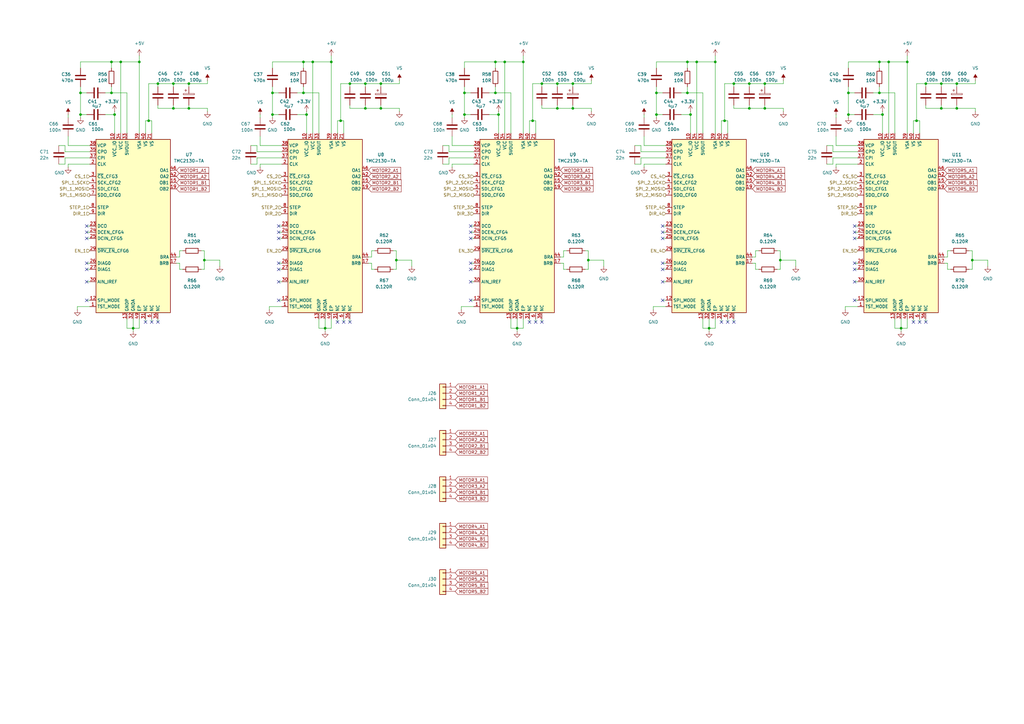
<source format=kicad_sch>
(kicad_sch (version 20250114) (generator "eeschema") (generator_version "9.0")
  (paper "A3")
  (title_block (title "Scorpion max V1") (rev "V1"))
  (junction (at 143.51 34.29))
  (junction (at 77.47 44.45))
  (junction (at 33.02 38.1))
  (junction (at 285.75 25.4))
  (junction (at 392.43 34.29))
  (junction (at 218.44 49.53))
  (junction (at 313.69 34.29))
  (junction (at 269.24 46.99))
  (junction (at 386.08 34.29))
  (junction (at 128.27 25.4))
  (junction (at 347.98 38.1))
  (junction (at 71.12 44.45))
  (junction (at 375.92 49.53))
  (junction (at 139.7 49.53))
  (junction (at 214.63 25.4))
  (junction (at 300.99 34.29))
  (junction (at 49.53 25.4))
  (junction (at 290.83 134.62))
  (junction (at 64.77 34.29))
  (junction (at 369.57 134.62))
  (junction (at 33.02 46.99))
  (junction (at 111.76 38.1))
  (junction (at 156.21 44.45))
  (junction (at 45.72 25.4))
  (junction (at 203.2 38.1))
  (junction (at 307.34 34.29))
  (junction (at 46.99 46.99))
  (junction (at 360.68 25.4))
  (junction (at 364.49 25.4))
  (junction (at 234.95 44.45))
  (junction (at 149.86 34.29))
  (junction (at 124.46 38.1))
  (junction (at 190.5 46.99))
  (junction (at 162.56 106.68))
  (junction (at 307.34 44.45))
  (junction (at 125.73 46.99))
  (junction (at 297.18 49.53))
  (junction (at 293.37 25.4))
  (junction (at 203.2 25.4))
  (junction (at 54.61 134.62))
  (junction (at 379.73 34.29))
  (junction (at 283.21 46.99))
  (junction (at 347.98 46.99))
  (junction (at 398.78 106.68))
  (junction (at 77.47 34.29))
  (junction (at 60.96 49.53))
  (junction (at 204.47 46.99))
  (junction (at 156.21 34.29))
  (junction (at 71.12 34.29))
  (junction (at 234.95 34.29))
  (junction (at 133.35 134.62))
  (junction (at 372.11 25.4))
  (junction (at 228.6 34.29))
  (junction (at 111.76 46.99))
  (junction (at 392.43 44.45))
  (junction (at 207.01 25.4))
  (junction (at 45.72 38.1))
  (junction (at 83.82 106.68))
  (junction (at 269.24 38.1))
  (junction (at 190.5 38.1))
  (junction (at 57.15 25.4))
  (junction (at 360.68 38.1))
  (junction (at 222.25 34.29))
  (junction (at 241.3 106.68))
  (junction (at 281.94 38.1))
  (junction (at 386.08 44.45))
  (junction (at 212.09 134.62))
  (junction (at 124.46 25.4))
  (junction (at 313.69 44.45))
  (junction (at 135.89 25.4))
  (junction (at 320.04 106.68))
  (junction (at 228.6 44.45))
  (junction (at 361.95 46.99))
  (junction (at 281.94 25.4))
  (junction (at 149.86 44.45))
  (no_connect (at 350.52 92.71))
  (no_connect (at 222.25 132.08))
  (no_connect (at 295.91 132.08))
  (no_connect (at 193.04 92.71))
  (no_connect (at 193.04 95.25))
  (no_connect (at 219.71 132.08))
  (no_connect (at 64.77 132.08))
  (no_connect (at 35.56 115.57))
  (no_connect (at 298.45 132.08))
  (no_connect (at 35.56 107.95))
  (no_connect (at 350.52 97.79))
  (no_connect (at 271.78 95.25))
  (no_connect (at 114.3 110.49))
  (no_connect (at 114.3 92.71))
  (no_connect (at 114.3 107.95))
  (no_connect (at 193.04 115.57))
  (no_connect (at 300.99 132.08))
  (no_connect (at 114.3 123.19))
  (no_connect (at 271.78 107.95))
  (no_connect (at 350.52 107.95))
  (no_connect (at 114.3 115.57))
  (no_connect (at 350.52 123.19))
  (no_connect (at 271.78 115.57))
  (no_connect (at 140.97 132.08))
  (no_connect (at 271.78 110.49))
  (no_connect (at 374.65 132.08))
  (no_connect (at 114.3 95.25))
  (no_connect (at 193.04 123.19))
  (no_connect (at 377.19 132.08))
  (no_connect (at 143.51 132.08))
  (no_connect (at 193.04 107.95))
  (no_connect (at 350.52 110.49))
  (no_connect (at 35.56 92.71))
  (no_connect (at 59.69 132.08))
  (no_connect (at 62.23 132.08))
  (no_connect (at 350.52 95.25))
  (no_connect (at 35.56 123.19))
  (no_connect (at 193.04 110.49))
  (no_connect (at 271.78 92.71))
  (no_connect (at 217.17 132.08))
  (no_connect (at 35.56 95.25))
  (no_connect (at 114.3 97.79))
  (no_connect (at 379.73 132.08))
  (no_connect (at 271.78 97.79))
  (no_connect (at 35.56 97.79))
  (no_connect (at 35.56 110.49))
  (no_connect (at 193.04 97.79))
  (no_connect (at 350.52 115.57))
  (no_connect (at 271.78 123.19))
  (no_connect (at 138.43 132.08))
  (wire (pts (xy 350.52 123.19) (xy 351.79 123.19)))
  (wire (pts (xy 297.18 34.29) (xy 300.99 34.29)))
  (wire (pts (xy 190.5 25.4) (xy 203.2 25.4)))
  (wire (pts (xy 105.41 67.31) (xy 102.87 67.31)))
  (wire (pts (xy 190.5 38.1) (xy 193.04 38.1)))
  (wire (pts (xy 152.4 105.41) (xy 152.4 102.87)))
  (wire (pts (xy 105.41 62.23) (xy 105.41 59.69)))
  (wire (pts (xy 297.18 49.53) (xy 298.45 49.53)))
  (wire (pts (xy 82.55 102.87) (xy 83.82 102.87)))
  (wire (pts (xy 379.73 132.08) (xy 379.73 130.81)))
  (wire (pts (xy 115.57 125.73) (xy 110.49 125.73)))
  (wire (pts (xy 360.68 38.1) (xy 367.03 38.1)))
  (wire (pts (xy 379.73 44.45) (xy 386.08 44.45)))
  (wire (pts (xy 57.15 130.81) (xy 57.15 134.62)))
  (wire (pts (xy 73.66 110.49) (xy 74.93 110.49)))
  (wire (pts (xy 271.78 123.19) (xy 273.05 123.19)))
  (wire (pts (xy 342.9 59.69) (xy 342.9 55.88)))
  (wire (pts (xy 130.81 130.81) (xy 130.81 134.62)))
  (wire (pts (xy 124.46 27.94) (xy 124.46 25.4)))
  (wire (pts (xy 347.98 46.99) (xy 347.98 48.26)))
  (wire (pts (xy 379.73 35.56) (xy 379.73 34.29)))
  (wire (pts (xy 207.01 25.4) (xy 214.63 25.4)))
  (wire (pts (xy 151.13 105.41) (xy 152.4 105.41)))
  (wire (pts (xy 162.56 102.87) (xy 162.56 106.68)))
  (wire (pts (xy 194.31 125.73) (xy 189.23 125.73)))
  (wire (pts (xy 309.88 102.87) (xy 311.15 102.87)))
  (wire (pts (xy 135.89 25.4) (xy 135.89 54.61)))
  (wire (pts (xy 307.34 35.56) (xy 307.34 34.29)))
  (wire (pts (xy 162.56 106.68) (xy 168.91 106.68)))
  (wire (pts (xy 392.43 34.29) (xy 392.43 35.56)))
  (wire (pts (xy 309.88 107.95) (xy 309.88 110.49)))
  (wire (pts (xy 321.31 34.29) (xy 313.69 34.29)))
  (wire (pts (xy 184.15 62.23) (xy 184.15 59.69)))
  (wire (pts (xy 387.35 107.95) (xy 388.62 107.95)))
  (wire (pts (xy 271.78 97.79) (xy 273.05 97.79)))
  (wire (pts (xy 360.68 27.94) (xy 360.68 25.4)))
  (wire (pts (xy 33.02 38.1) (xy 35.56 38.1)))
  (wire (pts (xy 300.99 132.08) (xy 300.99 130.81)))
  (wire (pts (xy 367.03 130.81) (xy 367.03 134.62)))
  (wire (pts (xy 106.68 46.99) (xy 106.68 48.26)))
  (wire (pts (xy 219.71 49.53) (xy 219.71 54.61)))
  (wire (pts (xy 398.78 106.68) (xy 405.13 106.68)))
  (wire (pts (xy 33.02 46.99) (xy 35.56 46.99)))
  (wire (pts (xy 45.72 38.1) (xy 52.07 38.1)))
  (wire (pts (xy 262.89 64.77) (xy 262.89 67.31)))
  (wire (pts (xy 77.47 34.29) (xy 77.47 35.56)))
  (wire (pts (xy 217.17 132.08) (xy 217.17 130.81)))
  (wire (pts (xy 36.83 62.23) (xy 26.67 62.23)))
  (wire (pts (xy 242.57 44.45) (xy 242.57 45.72)))
  (wire (pts (xy 386.08 44.45) (xy 392.43 44.45)))
  (wire (pts (xy 52.07 54.61) (xy 52.07 38.1)))
  (wire (pts (xy 269.24 46.99) (xy 269.24 48.26)))
  (wire (pts (xy 59.69 49.53) (xy 60.96 49.53)))
  (wire (pts (xy 46.99 45.72) (xy 46.99 46.99)))
  (wire (pts (xy 45.72 35.56) (xy 45.72 38.1)))
  (wire (pts (xy 377.19 49.53) (xy 377.19 54.61)))
  (wire (pts (xy 152.4 110.49) (xy 153.67 110.49)))
  (wire (pts (xy 111.76 46.99) (xy 111.76 38.1)))
  (wire (pts (xy 64.77 132.08) (xy 64.77 130.81)))
  (wire (pts (xy 156.21 43.18) (xy 156.21 44.45)))
  (wire (pts (xy 27.94 59.69) (xy 27.94 55.88)))
  (wire (pts (xy 105.41 64.77) (xy 105.41 67.31)))
  (wire (pts (xy 262.89 62.23) (xy 262.89 59.69)))
  (wire (pts (xy 361.95 45.72) (xy 361.95 46.99)))
  (wire (pts (xy 318.77 102.87) (xy 320.04 102.87)))
  (wire (pts (xy 400.05 33.02) (xy 400.05 34.29)))
  (wire (pts (xy 60.96 49.53) (xy 62.23 49.53)))
  (wire (pts (xy 347.98 38.1) (xy 350.52 38.1)))
  (wire (pts (xy 358.14 38.1) (xy 360.68 38.1)))
  (wire (pts (xy 185.42 59.69) (xy 194.31 59.69)))
  (wire (pts (xy 372.11 130.81) (xy 372.11 134.62)))
  (wire (pts (xy 321.31 33.02) (xy 321.31 34.29)))
  (wire (pts (xy 288.29 54.61) (xy 288.29 38.1)))
  (wire (pts (xy 33.02 25.4) (xy 45.72 25.4)))
  (wire (pts (xy 271.78 115.57) (xy 273.05 115.57)))
  (wire (pts (xy 388.62 102.87) (xy 389.89 102.87)))
  (wire (pts (xy 190.5 46.99) (xy 190.5 48.26)))
  (wire (pts (xy 214.63 25.4) (xy 214.63 54.61)))
  (wire (pts (xy 59.69 54.61) (xy 59.69 49.53)))
  (wire (pts (xy 290.83 134.62) (xy 290.83 135.89)))
  (wire (pts (xy 185.42 67.31) (xy 185.42 68.58)))
  (wire (pts (xy 204.47 45.72) (xy 204.47 46.99)))
  (wire (pts (xy 54.61 134.62) (xy 57.15 134.62)))
  (wire (pts (xy 193.04 92.71) (xy 194.31 92.71)))
  (wire (pts (xy 300.99 34.29) (xy 307.34 34.29)))
  (wire (pts (xy 234.95 34.29) (xy 234.95 35.56)))
  (wire (pts (xy 218.44 34.29) (xy 222.25 34.29)))
  (wire (pts (xy 71.12 44.45) (xy 71.12 43.18)))
  (wire (pts (xy 222.25 34.29) (xy 228.6 34.29)))
  (wire (pts (xy 285.75 25.4) (xy 293.37 25.4)))
  (wire (pts (xy 293.37 22.86) (xy 293.37 25.4)))
  (wire (pts (xy 358.14 46.99) (xy 361.95 46.99)))
  (wire (pts (xy 163.83 44.45) (xy 163.83 45.72)))
  (wire (pts (xy 149.86 34.29) (xy 156.21 34.29)))
  (wire (pts (xy 400.05 44.45) (xy 400.05 45.72)))
  (wire (pts (xy 386.08 44.45) (xy 386.08 43.18)))
  (wire (pts (xy 193.04 107.95) (xy 194.31 107.95)))
  (wire (pts (xy 163.83 34.29) (xy 156.21 34.29)))
  (wire (pts (xy 400.05 44.45) (xy 392.43 44.45)))
  (wire (pts (xy 360.68 25.4) (xy 364.49 25.4)))
  (wire (pts (xy 33.02 46.99) (xy 33.02 48.26)))
  (wire (pts (xy 281.94 27.94) (xy 281.94 25.4)))
  (wire (pts (xy 293.37 130.81) (xy 293.37 134.62)))
  (wire (pts (xy 26.67 59.69) (xy 24.13 59.69)))
  (wire (pts (xy 59.69 132.08) (xy 59.69 130.81)))
  (wire (pts (xy 149.86 44.45) (xy 149.86 43.18)))
  (wire (pts (xy 194.31 62.23) (xy 184.15 62.23)))
  (wire (pts (xy 269.24 46.99) (xy 269.24 38.1)))
  (wire (pts (xy 214.63 130.81) (xy 214.63 134.62)))
  (wire (pts (xy 46.99 46.99) (xy 46.99 54.61)))
  (wire (pts (xy 341.63 59.69) (xy 339.09 59.69)))
  (wire (pts (xy 207.01 25.4) (xy 207.01 54.61)))
  (wire (pts (xy 307.34 44.45) (xy 307.34 43.18)))
  (wire (pts (xy 200.66 46.99) (xy 204.47 46.99)))
  (wire (pts (xy 45.72 25.4) (xy 49.53 25.4)))
  (wire (pts (xy 124.46 25.4) (xy 128.27 25.4)))
  (wire (pts (xy 125.73 45.72) (xy 125.73 46.99)))
  (wire (pts (xy 264.16 59.69) (xy 264.16 55.88)))
  (wire (pts (xy 85.09 44.45) (xy 85.09 45.72)))
  (wire (pts (xy 35.56 115.57) (xy 36.83 115.57)))
  (wire (pts (xy 193.04 115.57) (xy 194.31 115.57)))
  (wire (pts (xy 228.6 35.56) (xy 228.6 34.29)))
  (wire (pts (xy 242.57 44.45) (xy 234.95 44.45)))
  (wire (pts (xy 350.52 97.79) (xy 351.79 97.79)))
  (wire (pts (xy 269.24 38.1) (xy 269.24 35.56)))
  (wire (pts (xy 341.63 64.77) (xy 341.63 67.31)))
  (wire (pts (xy 347.98 25.4) (xy 360.68 25.4)))
  (wire (pts (xy 374.65 132.08) (xy 374.65 130.81)))
  (wire (pts (xy 269.24 46.99) (xy 271.78 46.99)))
  (wire (pts (xy 36.83 64.77) (xy 26.67 64.77)))
  (wire (pts (xy 219.71 132.08) (xy 219.71 130.81)))
  (wire (pts (xy 193.04 110.49) (xy 194.31 110.49)))
  (wire (pts (xy 379.73 44.45) (xy 379.73 43.18)))
  (wire (pts (xy 138.43 49.53) (xy 139.7 49.53)))
  (wire (pts (xy 273.05 64.77) (xy 262.89 64.77)))
  (wire (pts (xy 115.57 67.31) (xy 106.68 67.31)))
  (wire (pts (xy 60.96 49.53) (xy 60.96 34.29)))
  (wire (pts (xy 320.04 106.68) (xy 320.04 110.49)))
  (wire (pts (xy 386.08 35.56) (xy 386.08 34.29)))
  (wire (pts (xy 367.03 54.61) (xy 367.03 38.1)))
  (wire (pts (xy 114.3 123.19) (xy 115.57 123.19)))
  (wire (pts (xy 111.76 38.1) (xy 114.3 38.1)))
  (wire (pts (xy 262.89 67.31) (xy 260.35 67.31)))
  (wire (pts (xy 133.35 134.62) (xy 133.35 135.89)))
  (wire (pts (xy 369.57 130.81) (xy 369.57 134.62)))
  (wire (pts (xy 60.96 34.29) (xy 64.77 34.29)))
  (wire (pts (xy 222.25 35.56) (xy 222.25 34.29)))
  (wire (pts (xy 35.56 97.79) (xy 36.83 97.79)))
  (wire (pts (xy 114.3 115.57) (xy 115.57 115.57)))
  (wire (pts (xy 121.92 46.99) (xy 125.73 46.99)))
  (wire (pts (xy 27.94 67.31) (xy 27.94 68.58)))
  (wire (pts (xy 133.35 134.62) (xy 135.89 134.62)))
  (wire (pts (xy 209.55 134.62) (xy 212.09 134.62)))
  (wire (pts (xy 203.2 27.94) (xy 203.2 25.4)))
  (wire (pts (xy 114.3 97.79) (xy 115.57 97.79)))
  (wire (pts (xy 49.53 25.4) (xy 57.15 25.4)))
  (wire (pts (xy 281.94 38.1) (xy 288.29 38.1)))
  (wire (pts (xy 139.7 49.53) (xy 139.7 34.29)))
  (wire (pts (xy 111.76 46.99) (xy 114.3 46.99)))
  (wire (pts (xy 33.02 46.99) (xy 33.02 38.1)))
  (wire (pts (xy 283.21 45.72) (xy 283.21 46.99)))
  (wire (pts (xy 151.13 107.95) (xy 152.4 107.95)))
  (wire (pts (xy 54.61 130.81) (xy 54.61 134.62)))
  (wire (pts (xy 218.44 49.53) (xy 219.71 49.53)))
  (wire (pts (xy 83.82 110.49) (xy 82.55 110.49)))
  (wire (pts (xy 194.31 67.31) (xy 185.42 67.31)))
  (wire (pts (xy 285.75 25.4) (xy 285.75 54.61)))
  (wire (pts (xy 106.68 59.69) (xy 106.68 55.88)))
  (wire (pts (xy 222.25 44.45) (xy 228.6 44.45)))
  (wire (pts (xy 71.12 34.29) (xy 77.47 34.29)))
  (wire (pts (xy 85.09 33.02) (xy 85.09 34.29)))
  (wire (pts (xy 326.39 106.68) (xy 326.39 109.22)))
  (wire (pts (xy 149.86 35.56) (xy 149.86 34.29)))
  (wire (pts (xy 321.31 44.45) (xy 313.69 44.45)))
  (wire (pts (xy 217.17 54.61) (xy 217.17 49.53)))
  (wire (pts (xy 300.99 35.56) (xy 300.99 34.29)))
  (wire (pts (xy 143.51 44.45) (xy 149.86 44.45)))
  (wire (pts (xy 27.94 59.69) (xy 36.83 59.69)))
  (wire (pts (xy 163.83 33.02) (xy 163.83 34.29)))
  (wire (pts (xy 222.25 132.08) (xy 222.25 130.81)))
  (wire (pts (xy 36.83 67.31) (xy 27.94 67.31)))
  (wire (pts (xy 231.14 105.41) (xy 231.14 102.87)))
  (wire (pts (xy 313.69 34.29) (xy 313.69 35.56)))
  (wire (pts (xy 300.99 44.45) (xy 300.99 43.18)))
  (wire (pts (xy 267.97 125.73) (xy 267.97 127)))
  (wire (pts (xy 372.11 22.86) (xy 372.11 25.4)))
  (wire (pts (xy 307.34 44.45) (xy 313.69 44.45)))
  (wire (pts (xy 152.4 107.95) (xy 152.4 110.49)))
  (wire (pts (xy 35.56 110.49) (xy 36.83 110.49)))
  (wire (pts (xy 298.45 132.08) (xy 298.45 130.81)))
  (wire (pts (xy 185.42 46.99) (xy 185.42 48.26)))
  (wire (pts (xy 231.14 107.95) (xy 231.14 110.49)))
  (wire (pts (xy 231.14 110.49) (xy 232.41 110.49)))
  (wire (pts (xy 279.4 38.1) (xy 281.94 38.1)))
  (wire (pts (xy 264.16 67.31) (xy 264.16 68.58)))
  (wire (pts (xy 130.81 134.62) (xy 133.35 134.62)))
  (wire (pts (xy 398.78 110.49) (xy 397.51 110.49)))
  (wire (pts (xy 228.6 34.29) (xy 234.95 34.29)))
  (wire (pts (xy 241.3 110.49) (xy 240.03 110.49)))
  (wire (pts (xy 377.19 132.08) (xy 377.19 130.81)))
  (wire (pts (xy 72.39 107.95) (xy 73.66 107.95)))
  (wire (pts (xy 341.63 67.31) (xy 339.09 67.31)))
  (wire (pts (xy 83.82 106.68) (xy 83.82 110.49)))
  (wire (pts (xy 364.49 25.4) (xy 372.11 25.4)))
  (wire (pts (xy 271.78 92.71) (xy 273.05 92.71)))
  (wire (pts (xy 240.03 102.87) (xy 241.3 102.87)))
  (wire (pts (xy 273.05 67.31) (xy 264.16 67.31)))
  (wire (pts (xy 281.94 35.56) (xy 281.94 38.1)))
  (wire (pts (xy 190.5 38.1) (xy 190.5 35.56)))
  (wire (pts (xy 130.81 54.61) (xy 130.81 38.1)))
  (wire (pts (xy 271.78 107.95) (xy 273.05 107.95)))
  (wire (pts (xy 83.82 102.87) (xy 83.82 106.68)))
  (wire (pts (xy 143.51 132.08) (xy 143.51 130.81)))
  (wire (pts (xy 264.16 46.99) (xy 264.16 48.26)))
  (wire (pts (xy 57.15 25.4) (xy 57.15 54.61)))
  (wire (pts (xy 204.47 46.99) (xy 204.47 54.61)))
  (wire (pts (xy 397.51 102.87) (xy 398.78 102.87)))
  (wire (pts (xy 189.23 125.73) (xy 189.23 127)))
  (wire (pts (xy 111.76 25.4) (xy 124.46 25.4)))
  (wire (pts (xy 295.91 132.08) (xy 295.91 130.81)))
  (wire (pts (xy 139.7 49.53) (xy 140.97 49.53)))
  (wire (pts (xy 49.53 25.4) (xy 49.53 54.61)))
  (wire (pts (xy 149.86 44.45) (xy 156.21 44.45)))
  (wire (pts (xy 342.9 46.99) (xy 342.9 48.26)))
  (wire (pts (xy 398.78 106.68) (xy 398.78 110.49)))
  (wire (pts (xy 105.41 59.69) (xy 102.87 59.69)))
  (wire (pts (xy 386.08 34.29) (xy 392.43 34.29)))
  (wire (pts (xy 241.3 106.68) (xy 247.65 106.68)))
  (wire (pts (xy 114.3 92.71) (xy 115.57 92.71)))
  (wire (pts (xy 125.73 46.99) (xy 125.73 54.61)))
  (wire (pts (xy 374.65 49.53) (xy 375.92 49.53)))
  (wire (pts (xy 185.42 59.69) (xy 185.42 55.88)))
  (wire (pts (xy 190.5 46.99) (xy 193.04 46.99)))
  (wire (pts (xy 309.88 105.41) (xy 309.88 102.87)))
  (wire (pts (xy 162.56 110.49) (xy 161.29 110.49)))
  (wire (pts (xy 162.56 106.68) (xy 162.56 110.49)))
  (wire (pts (xy 320.04 106.68) (xy 326.39 106.68)))
  (wire (pts (xy 364.49 25.4) (xy 364.49 54.61)))
  (wire (pts (xy 351.79 125.73) (xy 346.71 125.73)))
  (wire (pts (xy 229.87 105.41) (xy 231.14 105.41)))
  (wire (pts (xy 295.91 54.61) (xy 295.91 49.53)))
  (wire (pts (xy 156.21 34.29) (xy 156.21 35.56)))
  (wire (pts (xy 271.78 110.49) (xy 273.05 110.49)))
  (wire (pts (xy 212.09 134.62) (xy 212.09 135.89)))
  (wire (pts (xy 350.52 107.95) (xy 351.79 107.95)))
  (wire (pts (xy 320.04 110.49) (xy 318.77 110.49)))
  (wire (pts (xy 346.71 125.73) (xy 346.71 127)))
  (wire (pts (xy 218.44 49.53) (xy 218.44 34.29)))
  (wire (pts (xy 184.15 67.31) (xy 181.61 67.31)))
  (wire (pts (xy 64.77 34.29) (xy 71.12 34.29)))
  (wire (pts (xy 372.11 25.4) (xy 372.11 54.61)))
  (wire (pts (xy 231.14 102.87) (xy 232.41 102.87)))
  (wire (pts (xy 212.09 134.62) (xy 214.63 134.62)))
  (wire (pts (xy 361.95 46.99) (xy 361.95 54.61)))
  (wire (pts (xy 320.04 102.87) (xy 320.04 106.68)))
  (wire (pts (xy 35.56 95.25) (xy 36.83 95.25)))
  (wire (pts (xy 398.78 102.87) (xy 398.78 106.68)))
  (wire (pts (xy 140.97 49.53) (xy 140.97 54.61)))
  (wire (pts (xy 379.73 34.29) (xy 386.08 34.29)))
  (wire (pts (xy 351.79 64.77) (xy 341.63 64.77)))
  (wire (pts (xy 71.12 44.45) (xy 77.47 44.45)))
  (wire (pts (xy 71.12 35.56) (xy 71.12 34.29)))
  (wire (pts (xy 143.51 34.29) (xy 149.86 34.29)))
  (wire (pts (xy 54.61 134.62) (xy 54.61 135.89)))
  (wire (pts (xy 52.07 130.81) (xy 52.07 134.62)))
  (wire (pts (xy 52.07 134.62) (xy 54.61 134.62)))
  (wire (pts (xy 241.3 106.68) (xy 241.3 110.49)))
  (wire (pts (xy 281.94 25.4) (xy 285.75 25.4)))
  (wire (pts (xy 35.56 92.71) (xy 36.83 92.71)))
  (wire (pts (xy 217.17 49.53) (xy 218.44 49.53)))
  (wire (pts (xy 168.91 106.68) (xy 168.91 109.22)))
  (wire (pts (xy 115.57 62.23) (xy 105.41 62.23)))
  (wire (pts (xy 33.02 25.4) (xy 33.02 27.94)))
  (wire (pts (xy 300.99 44.45) (xy 307.34 44.45)))
  (wire (pts (xy 347.98 46.99) (xy 350.52 46.99)))
  (wire (pts (xy 190.5 46.99) (xy 190.5 38.1)))
  (wire (pts (xy 45.72 27.94) (xy 45.72 25.4)))
  (wire (pts (xy 110.49 125.73) (xy 110.49 127)))
  (wire (pts (xy 62.23 132.08) (xy 62.23 130.81)))
  (wire (pts (xy 283.21 46.99) (xy 283.21 54.61)))
  (wire (pts (xy 234.95 43.18) (xy 234.95 44.45)))
  (wire (pts (xy 290.83 130.81) (xy 290.83 134.62)))
  (wire (pts (xy 350.52 92.71) (xy 351.79 92.71)))
  (wire (pts (xy 190.5 25.4) (xy 190.5 27.94)))
  (wire (pts (xy 64.77 44.45) (xy 64.77 43.18)))
  (wire (pts (xy 273.05 62.23) (xy 262.89 62.23)))
  (wire (pts (xy 293.37 25.4) (xy 293.37 54.61)))
  (wire (pts (xy 262.89 59.69) (xy 260.35 59.69)))
  (wire (pts (xy 298.45 49.53) (xy 298.45 54.61)))
  (wire (pts (xy 57.15 22.86) (xy 57.15 25.4)))
  (wire (pts (xy 194.31 64.77) (xy 184.15 64.77)))
  (wire (pts (xy 77.47 43.18) (xy 77.47 44.45)))
  (wire (pts (xy 351.79 67.31) (xy 342.9 67.31)))
  (wire (pts (xy 114.3 110.49) (xy 115.57 110.49)))
  (wire (pts (xy 135.89 22.86) (xy 135.89 25.4)))
  (wire (pts (xy 241.3 102.87) (xy 241.3 106.68)))
  (wire (pts (xy 140.97 132.08) (xy 140.97 130.81)))
  (wire (pts (xy 43.18 46.99) (xy 46.99 46.99)))
  (wire (pts (xy 269.24 25.4) (xy 281.94 25.4)))
  (wire (pts (xy 135.89 130.81) (xy 135.89 134.62)))
  (wire (pts (xy 35.56 123.19) (xy 36.83 123.19)))
  (wire (pts (xy 143.51 35.56) (xy 143.51 34.29)))
  (wire (pts (xy 307.34 34.29) (xy 313.69 34.29)))
  (wire (pts (xy 133.35 130.81) (xy 133.35 134.62)))
  (wire (pts (xy 36.83 125.73) (xy 31.75 125.73)))
  (wire (pts (xy 405.13 106.68) (xy 405.13 109.22)))
  (wire (pts (xy 161.29 102.87) (xy 162.56 102.87)))
  (wire (pts (xy 229.87 107.95) (xy 231.14 107.95)))
  (wire (pts (xy 350.52 115.57) (xy 351.79 115.57)))
  (wire (pts (xy 228.6 44.45) (xy 228.6 43.18)))
  (wire (pts (xy 114.3 95.25) (xy 115.57 95.25)))
  (wire (pts (xy 269.24 25.4) (xy 269.24 27.94)))
  (wire (pts (xy 242.57 33.02) (xy 242.57 34.29)))
  (wire (pts (xy 214.63 22.86) (xy 214.63 25.4)))
  (wire (pts (xy 106.68 59.69) (xy 115.57 59.69)))
  (wire (pts (xy 350.52 110.49) (xy 351.79 110.49)))
  (wire (pts (xy 85.09 34.29) (xy 77.47 34.29)))
  (wire (pts (xy 388.62 110.49) (xy 389.89 110.49)))
  (wire (pts (xy 35.56 107.95) (xy 36.83 107.95)))
  (wire (pts (xy 115.57 64.77) (xy 105.41 64.77)))
  (wire (pts (xy 388.62 107.95) (xy 388.62 110.49)))
  (wire (pts (xy 279.4 46.99) (xy 283.21 46.99)))
  (wire (pts (xy 163.83 44.45) (xy 156.21 44.45)))
  (wire (pts (xy 374.65 54.61) (xy 374.65 49.53)))
  (wire (pts (xy 269.24 38.1) (xy 271.78 38.1)))
  (wire (pts (xy 313.69 43.18) (xy 313.69 44.45)))
  (wire (pts (xy 73.66 107.95) (xy 73.66 110.49)))
  (wire (pts (xy 375.92 34.29) (xy 379.73 34.29)))
  (wire (pts (xy 128.27 25.4) (xy 135.89 25.4)))
  (wire (pts (xy 288.29 134.62) (xy 290.83 134.62)))
  (wire (pts (xy 33.02 38.1) (xy 33.02 35.56)))
  (wire (pts (xy 26.67 64.77) (xy 26.67 67.31)))
  (wire (pts (xy 288.29 130.81) (xy 288.29 134.62)))
  (wire (pts (xy 121.92 38.1) (xy 124.46 38.1)))
  (wire (pts (xy 369.57 134.62) (xy 369.57 135.89)))
  (wire (pts (xy 341.63 62.23) (xy 341.63 59.69)))
  (wire (pts (xy 64.77 44.45) (xy 71.12 44.45)))
  (wire (pts (xy 73.66 105.41) (xy 73.66 102.87)))
  (wire (pts (xy 203.2 25.4) (xy 207.01 25.4)))
  (wire (pts (xy 247.65 106.68) (xy 247.65 109.22)))
  (wire (pts (xy 321.31 44.45) (xy 321.31 45.72)))
  (wire (pts (xy 111.76 25.4) (xy 111.76 27.94)))
  (wire (pts (xy 124.46 38.1) (xy 130.81 38.1)))
  (wire (pts (xy 31.75 125.73) (xy 31.75 127)))
  (wire (pts (xy 392.43 43.18) (xy 392.43 44.45)))
  (wire (pts (xy 203.2 38.1) (xy 209.55 38.1)))
  (wire (pts (xy 209.55 130.81) (xy 209.55 134.62)))
  (wire (pts (xy 347.98 38.1) (xy 347.98 35.56)))
  (wire (pts (xy 43.18 38.1) (xy 45.72 38.1)))
  (wire (pts (xy 83.82 106.68) (xy 90.17 106.68)))
  (wire (pts (xy 111.76 38.1) (xy 111.76 35.56)))
  (wire (pts (xy 347.98 46.99) (xy 347.98 38.1)))
  (wire (pts (xy 271.78 95.25) (xy 273.05 95.25)))
  (wire (pts (xy 193.04 123.19) (xy 194.31 123.19)))
  (wire (pts (xy 64.77 35.56) (xy 64.77 34.29)))
  (wire (pts (xy 90.17 106.68) (xy 90.17 109.22)))
  (wire (pts (xy 228.6 44.45) (xy 234.95 44.45)))
  (wire (pts (xy 351.79 62.23) (xy 341.63 62.23)))
  (wire (pts (xy 184.15 59.69) (xy 181.61 59.69)))
  (wire (pts (xy 350.52 95.25) (xy 351.79 95.25)))
  (wire (pts (xy 367.03 134.62) (xy 369.57 134.62)))
  (wire (pts (xy 375.92 49.53) (xy 375.92 34.29)))
  (wire (pts (xy 184.15 64.77) (xy 184.15 67.31)))
  (wire (pts (xy 388.62 105.41) (xy 388.62 102.87)))
  (wire (pts (xy 290.83 134.62) (xy 293.37 134.62)))
  (wire (pts (xy 200.66 38.1) (xy 203.2 38.1)))
  (wire (pts (xy 72.39 105.41) (xy 73.66 105.41)))
  (wire (pts (xy 342.9 67.31) (xy 342.9 68.58)))
  (wire (pts (xy 138.43 132.08) (xy 138.43 130.81)))
  (wire (pts (xy 27.94 46.99) (xy 27.94 48.26)))
  (wire (pts (xy 111.76 46.99) (xy 111.76 48.26)))
  (wire (pts (xy 124.46 35.56) (xy 124.46 38.1)))
  (wire (pts (xy 106.68 67.31) (xy 106.68 68.58)))
  (wire (pts (xy 212.09 130.81) (xy 212.09 134.62)))
  (wire (pts (xy 295.91 49.53) (xy 297.18 49.53)))
  (wire (pts (xy 347.98 25.4) (xy 347.98 27.94)))
  (wire (pts (xy 308.61 105.41) (xy 309.88 105.41)))
  (wire (pts (xy 26.67 62.23) (xy 26.67 59.69)))
  (wire (pts (xy 128.27 25.4) (xy 128.27 54.61)))
  (wire (pts (xy 193.04 95.25) (xy 194.31 95.25)))
  (wire (pts (xy 369.57 134.62) (xy 372.11 134.62)))
  (wire (pts (xy 264.16 59.69) (xy 273.05 59.69)))
  (wire (pts (xy 26.67 67.31) (xy 24.13 67.31)))
  (wire (pts (xy 209.55 54.61) (xy 209.55 38.1)))
  (wire (pts (xy 73.66 102.87) (xy 74.93 102.87)))
  (wire (pts (xy 139.7 34.29) (xy 143.51 34.29)))
  (wire (pts (xy 193.04 97.79) (xy 194.31 97.79)))
  (wire (pts (xy 375.92 49.53) (xy 377.19 49.53)))
  (wire (pts (xy 222.25 44.45) (xy 222.25 43.18)))
  (wire (pts (xy 138.43 54.61) (xy 138.43 49.53)))
  (wire (pts (xy 143.51 44.45) (xy 143.51 43.18)))
  (wire (pts (xy 360.68 35.56) (xy 360.68 38.1)))
  (wire (pts (xy 387.35 105.41) (xy 388.62 105.41)))
  (wire (pts (xy 273.05 125.73) (xy 267.97 125.73)))
  (wire (pts (xy 85.09 44.45) (xy 77.47 44.45)))
  (wire (pts (xy 342.9 59.69) (xy 351.79 59.69)))
  (wire (pts (xy 242.57 34.29) (xy 234.95 34.29)))
  (wire (pts (xy 203.2 35.56) (xy 203.2 38.1)))
  (wire (pts (xy 152.4 102.87) (xy 153.67 102.87)))
  (wire (pts (xy 309.88 110.49) (xy 311.15 110.49)))
  (wire (pts (xy 114.3 107.95) (xy 115.57 107.95)))
  (wire (pts (xy 400.05 34.29) (xy 392.43 34.29)))
  (wire (pts (xy 308.61 107.95) (xy 309.88 107.95)))
  (wire (pts (xy 297.18 49.53) (xy 297.18 34.29)))
  (wire (pts (xy 62.23 49.53) (xy 62.23 54.61)))
  (global_label "MOTOR3_A2" (shape input) (at 186.69 199.39 0) (property "Intersheetrefs" "${INTERSHEET_REFS}" (effects (hide yes))))
  (global_label "MOTOR5_A2" (shape input) (at 387.35 72.39 0) (property "Intersheetrefs" "${INTERSHEET_REFS}" (effects (hide yes))))
  (global_label "MOTOR5_B2" (shape input) (at 387.35 77.47 0) (property "Intersheetrefs" "${INTERSHEET_REFS}" (effects (hide yes))))
  (global_label "MOTOR1_B1" (shape input) (at 186.69 163.83 0) (property "Intersheetrefs" "${INTERSHEET_REFS}" (effects (hide yes))))
  (global_label "MOTOR2_A2" (shape input) (at 186.69 180.34 0) (property "Intersheetrefs" "${INTERSHEET_REFS}" (effects (hide yes))))
  (global_label "MOTOR2_B2" (shape input) (at 186.69 185.42 0) (property "Intersheetrefs" "${INTERSHEET_REFS}" (effects (hide yes))))
  (global_label "MOTOR4_B1" (shape input) (at 308.61 74.93 0) (property "Intersheetrefs" "${INTERSHEET_REFS}" (effects (hide yes))))
  (global_label "MOTOR5_A2" (shape input) (at 186.69 237.49 0) (property "Intersheetrefs" "${INTERSHEET_REFS}" (effects (hide yes))))
  (global_label "MOTOR4_B2" (shape input) (at 186.69 223.52 0) (property "Intersheetrefs" "${INTERSHEET_REFS}" (effects (hide yes))))
  (global_label "MOTOR4_B1" (shape input) (at 186.69 220.98 0) (property "Intersheetrefs" "${INTERSHEET_REFS}" (effects (hide yes))))
  (global_label "MOTOR3_B1" (shape input) (at 186.69 201.93 0) (property "Intersheetrefs" "${INTERSHEET_REFS}" (effects (hide yes))))
  (global_label "MOTOR3_A2" (shape input) (at 229.87 72.39 0) (property "Intersheetrefs" "${INTERSHEET_REFS}" (effects (hide yes))))
  (global_label "MOTOR5_B2" (shape input) (at 186.69 242.57 0) (property "Intersheetrefs" "${INTERSHEET_REFS}" (effects (hide yes))))
  (global_label "MOTOR1_A2" (shape input) (at 72.39 72.39 0) (property "Intersheetrefs" "${INTERSHEET_REFS}" (effects (hide yes))))
  (global_label "MOTOR2_A1" (shape input) (at 151.13 69.85 0) (property "Intersheetrefs" "${INTERSHEET_REFS}" (effects (hide yes))))
  (global_label "MOTOR3_B1" (shape input) (at 229.87 74.93 0) (property "Intersheetrefs" "${INTERSHEET_REFS}" (effects (hide yes))))
  (global_label "MOTOR4_A2" (shape input) (at 186.69 218.44 0) (property "Intersheetrefs" "${INTERSHEET_REFS}" (effects (hide yes))))
  (global_label "MOTOR5_B1" (shape input) (at 387.35 74.93 0) (property "Intersheetrefs" "${INTERSHEET_REFS}" (effects (hide yes))))
  (global_label "MOTOR3_B2" (shape input) (at 186.69 204.47 0) (property "Intersheetrefs" "${INTERSHEET_REFS}" (effects (hide yes))))
  (global_label "MOTOR3_A1" (shape input) (at 229.87 69.85 0) (property "Intersheetrefs" "${INTERSHEET_REFS}" (effects (hide yes))))
  (global_label "MOTOR4_A1" (shape input) (at 186.69 215.9 0) (property "Intersheetrefs" "${INTERSHEET_REFS}" (effects (hide yes))))
  (global_label "MOTOR2_B1" (shape input) (at 186.69 182.88 0) (property "Intersheetrefs" "${INTERSHEET_REFS}" (effects (hide yes))))
  (global_label "MOTOR1_B2" (shape input) (at 186.69 166.37 0) (property "Intersheetrefs" "${INTERSHEET_REFS}" (effects (hide yes))))
  (global_label "MOTOR4_A1" (shape input) (at 308.61 69.85 0) (property "Intersheetrefs" "${INTERSHEET_REFS}" (effects (hide yes))))
  (global_label "MOTOR4_B2" (shape input) (at 308.61 77.47 0) (property "Intersheetrefs" "${INTERSHEET_REFS}" (effects (hide yes))))
  (global_label "MOTOR2_B1" (shape input) (at 151.13 74.93 0) (property "Intersheetrefs" "${INTERSHEET_REFS}" (effects (hide yes))))
  (global_label "MOTOR5_B1" (shape input) (at 186.69 240.03 0) (property "Intersheetrefs" "${INTERSHEET_REFS}" (effects (hide yes))))
  (global_label "MOTOR1_A2" (shape input) (at 186.69 161.29 0) (property "Intersheetrefs" "${INTERSHEET_REFS}" (effects (hide yes))))
  (global_label "MOTOR5_A1" (shape input) (at 387.35 69.85 0) (property "Intersheetrefs" "${INTERSHEET_REFS}" (effects (hide yes))))
  (global_label "MOTOR3_A1" (shape input) (at 186.69 196.85 0) (property "Intersheetrefs" "${INTERSHEET_REFS}" (effects (hide yes))))
  (global_label "MOTOR1_B2" (shape input) (at 72.39 77.47 0) (property "Intersheetrefs" "${INTERSHEET_REFS}" (effects (hide yes))))
  (global_label "MOTOR4_A2" (shape input) (at 308.61 72.39 0) (property "Intersheetrefs" "${INTERSHEET_REFS}" (effects (hide yes))))
  (global_label "MOTOR1_A1" (shape input) (at 186.69 158.75 0) (property "Intersheetrefs" "${INTERSHEET_REFS}" (effects (hide yes))))
  (global_label "MOTOR2_A2" (shape input) (at 151.13 72.39 0) (property "Intersheetrefs" "${INTERSHEET_REFS}" (effects (hide yes))))
  (global_label "MOTOR3_B2" (shape input) (at 229.87 77.47 0) (property "Intersheetrefs" "${INTERSHEET_REFS}" (effects (hide yes))))
  (global_label "MOTOR5_A1" (shape input) (at 186.69 234.95 0) (property "Intersheetrefs" "${INTERSHEET_REFS}" (effects (hide yes))))
  (global_label "MOTOR2_A1" (shape input) (at 186.69 177.8 0) (property "Intersheetrefs" "${INTERSHEET_REFS}" (effects (hide yes))))
  (global_label "MOTOR1_B1" (shape input) (at 72.39 74.93 0) (property "Intersheetrefs" "${INTERSHEET_REFS}" (effects (hide yes))))
  (global_label "MOTOR2_B2" (shape input) (at 151.13 77.47 0) (property "Intersheetrefs" "${INTERSHEET_REFS}" (effects (hide yes))))
  (global_label "MOTOR1_A1" (shape input) (at 72.39 69.85 0) (property "Intersheetrefs" "${INTERSHEET_REFS}" (effects (hide yes))))
  (hierarchical_label "SPI_2_MOSI" (shape input) (at 351.79 77.47 180))
  (hierarchical_label "SPI_2_SCK" (shape input) (at 273.05 74.93 180))
  (hierarchical_label "DIR_1" (shape input) (at 36.83 87.63 180))
  (hierarchical_label "EN_3" (shape input) (at 194.31 102.87 180))
  (hierarchical_label "STEP_1" (shape input) (at 36.83 85.09 180))
  (hierarchical_label "EN_5" (shape input) (at 351.79 102.87 180))
  (hierarchical_label "STEP_5" (shape input) (at 351.79 85.09 180))
  (hierarchical_label "SPI_2_SCK" (shape input) (at 194.31 74.93 180))
  (hierarchical_label "SPI_1_SCK" (shape input) (at 36.83 74.93 180))
  (hierarchical_label "DIR_2" (shape input) (at 115.57 87.63 180))
  (hierarchical_label "CS_1" (shape input) (at 36.83 72.39 180))
  (hierarchical_label "DIR_4" (shape input) (at 273.05 87.63 180))
  (hierarchical_label "SPI_1_MOSI" (shape input) (at 36.83 77.47 180))
  (hierarchical_label "EN_2" (shape input) (at 115.57 102.87 180))
  (hierarchical_label "DIR_5" (shape input) (at 351.79 87.63 180))
  (hierarchical_label "CS_4" (shape input) (at 273.05 72.39 180))
  (hierarchical_label "EN_4" (shape input) (at 273.05 102.87 180))
  (hierarchical_label "STEP_2" (shape input) (at 115.57 85.09 180))
  (hierarchical_label "STEP_3" (shape input) (at 194.31 85.09 180))
  (hierarchical_label "SPI_2_MOSI" (shape input) (at 194.31 77.47 180))
  (hierarchical_label "SPI_2_MISO" (shape output) (at 273.05 80.01 180))
  (hierarchical_label "SPI_1_MISO" (shape output) (at 115.57 80.01 180))
  (hierarchical_label "SPI_1_MISO" (shape output) (at 36.83 80.01 180))
  (hierarchical_label "SPI_1_MOSI" (shape input) (at 115.57 77.47 180))
  (hierarchical_label "CS_2" (shape input) (at 115.57 72.39 180))
  (hierarchical_label "SPI_2_MOSI" (shape input) (at 273.05 77.47 180))
  (hierarchical_label "STEP_4" (shape input) (at 273.05 85.09 180))
  (hierarchical_label "SPI_2_SCK" (shape input) (at 351.79 74.93 180))
  (hierarchical_label "CS_3" (shape input) (at 194.31 72.39 180))
  (hierarchical_label "EN_1" (shape input) (at 36.83 102.87 180))
  (hierarchical_label "SPI_2_MISO" (shape output) (at 351.79 80.01 180))
  (hierarchical_label "DIR_3" (shape input) (at 194.31 87.63 180))
  (hierarchical_label "SPI_1_SCK" (shape input) (at 115.57 74.93 180))
  (hierarchical_label "CS_5" (shape input) (at 351.79 72.39 180))
  (hierarchical_label "SPI_2_MISO" (shape output) (at 194.31 80.01 180))
  (symbol (lib_id "power:GND") (at 405.13 109.22 0) (unit 1)
    (property "Reference" "#PWR0148" (effects (hide yes)))
    (property "Value" "GND" (at 405.13 114.3 0))
    (property "Description" "Power symbol creates a global label with name \"GND\" , ground" (effects (hide yes)))
  )
  (symbol (lib_id "Device:C") (at 106.68 52.07 180) (unit 1)
    (property "Reference" "C67" (at 98.806 50.8 0) (effects (justify right)))
    (property "Value" "100n" (at 98.806 53.34 0) (effects (justify right)))
    (property "Footprint" "Capacitor_SMD:C_0603_1608Metric" (effects (hide yes)))
    (property "Description" "Unpolarized capacitor" (effects (hide yes)))
  )
  (symbol (lib_id "power:GND") (at 168.91 109.22 0) (unit 1)
    (property "Reference" "#PWR0145" (effects (hide yes)))
    (property "Value" "GND" (at 168.91 114.3 0))
    (property "Description" "Power symbol creates a global label with name \"GND\" , ground" (effects (hide yes)))
  )
  (symbol (lib_id "power:GND") (at 85.09 45.72 0) (unit 1)
    (property "Reference" "#PWR0120" (effects (hide yes)))
    (property "Value" "GND" (at 85.09 50.8 0))
    (property "Description" "Power symbol creates a global label with name \"GND\" , ground" (effects (hide yes)))
  )
  (symbol (lib_id "power:+5V") (at 135.89 22.86 0) (unit 1)
    (property "Reference" "#PWR0110" (effects (hide yes)))
    (property "Value" "+5V" (at 135.89 17.78 0))
    (property "Description" "Power symbol creates a global label with name \"+5V\"" (effects (hide yes)))
  )
  (symbol (lib_id "power:GND") (at 326.39 109.22 0) (unit 1)
    (property "Reference" "#PWR0147" (effects (hide yes)))
    (property "Value" "GND" (at 326.39 114.3 0))
    (property "Description" "Power symbol creates a global label with name \"GND\" , ground" (effects (hide yes)))
  )
  (symbol (lib_id "Device:C_Polarized") (at 156.21 39.37 0) (unit 1)
    (property "Reference" "C51" (at 156.464 30.226 0) (effects (justify left)))
    (property "Value" "100μ" (at 156.464 32.766 0) (effects (justify left)))
    (property "Footprint" "Capacitor_SMD:CP_Elec_10x10" (effects (hide yes)))
    (property "Description" "Polarized capacitor" (effects (hide yes)))
  )
  (symbol (lib_id "Device:C") (at 111.76 31.75 180) (unit 1)
    (property "Reference" "C37" (at 103.886 30.48 0) (effects (justify right)))
    (property "Value" "470n" (at 103.886 33.02 0) (effects (justify right)))
    (property "Footprint" "Capacitor_SMD:C_0603_1608Metric" (effects (hide yes)))
    (property "Description" "Unpolarized capacitor" (effects (hide yes)))
  )
  (symbol (lib_id "power:GND") (at 190.5 48.26 0) (unit 1)
    (property "Reference" "#PWR0136" (effects (hide yes)))
    (property "Value" "GND" (at 190.5 53.34 0))
    (property "Description" "Power symbol creates a global label with name \"GND\" , ground" (effects (hide yes)))
  )
  (symbol (lib_id "power:VS") (at 264.16 46.99 0) (unit 1)
    (property "Reference" "#PWR0132" (effects (hide yes)))
    (property "Value" "VS" (at 264.16 41.91 0))
    (property "Description" "Power symbol creates a global label with name \"VS\"" (effects (hide yes)))
  )
  (symbol (lib_id "power:GND") (at 106.68 68.58 0) (unit 1)
    (property "Reference" "#PWR0140" (effects (hide yes)))
    (property "Value" "GND" (at 103.124 70.866 0))
    (property "Description" "Power symbol creates a global label with name \"GND\" , ground" (effects (hide yes)))
  )
  (symbol (lib_id "power:GND") (at 31.75 127 0) (unit 1)
    (property "Reference" "#PWR0149" (effects (hide yes)))
    (property "Value" "GND" (at 31.75 132.08 0))
    (property "Description" "Power symbol creates a global label with name \"GND\" , ground" (effects (hide yes)))
  )
  (symbol (lib_id "Device:C") (at 196.85 38.1 270) (unit 1)
    (property "Reference" "C43" (at 197.358 41.656 90) (effects (justify right)))
    (property "Value" "4μ7" (at 199.136 43.434 90) (effects (justify right)))
    (property "Footprint" "Capacitor_SMD:C_0805_2012Metric" (effects (hide yes)))
    (property "Description" "Unpolarized capacitor" (effects (hide yes)))
  )
  (symbol (lib_id "Device:C") (at 222.25 39.37 180) (unit 1)
    (property "Reference" "C52" (at 222.25 30.226 0) (effects (justify right)))
    (property "Value" "100n" (at 222.25 32.766 0) (effects (justify right)))
    (property "Footprint" "Capacitor_SMD:C_0603_1608Metric" (effects (hide yes)))
    (property "Description" "Unpolarized capacitor" (effects (hide yes)))
  )
  (symbol (lib_id "power:GND") (at 133.35 135.89 0) (unit 1)
    (property "Reference" "#PWR0155" (effects (hide yes)))
    (property "Value" "GND" (at 133.35 140.97 0))
    (property "Description" "Power symbol creates a global label with name \"GND\" , ground" (effects (hide yes)))
  )
  (symbol (lib_id "Device:C") (at 269.24 31.75 180) (unit 1)
    (property "Reference" "C39" (at 261.366 30.48 0) (effects (justify right)))
    (property "Value" "470n" (at 261.366 33.02 0) (effects (justify right)))
    (property "Footprint" "Capacitor_SMD:C_0603_1608Metric" (effects (hide yes)))
    (property "Description" "Unpolarized capacitor" (effects (hide yes)))
  )
  (symbol (lib_id "power:VS") (at 342.9 46.99 0) (unit 1)
    (property "Reference" "#PWR0133" (effects (hide yes)))
    (property "Value" "VS" (at 342.9 41.91 0))
    (property "Description" "Power symbol creates a global label with name \"VS\"" (effects (hide yes)))
  )
  (symbol (lib_id "power:VS") (at 185.42 46.99 0) (unit 1)
    (property "Reference" "#PWR0131" (effects (hide yes)))
    (property "Value" "VS" (at 185.42 41.91 0))
    (property "Description" "Power symbol creates a global label with name \"VS\"" (effects (hide yes)))
  )
  (symbol (lib_id "Device:C") (at 190.5 31.75 180) (unit 1)
    (property "Reference" "C38" (at 182.626 30.48 0) (effects (justify right)))
    (property "Value" "470n" (at 182.626 33.02 0) (effects (justify right)))
    (property "Footprint" "Capacitor_SMD:C_0603_1608Metric" (effects (hide yes)))
    (property "Description" "Unpolarized capacitor" (effects (hide yes)))
  )
  (symbol (lib_id "Driver_Motor:TMC2130-TA") (at 54.61 92.71 0) (unit 1)
    (property "Reference" "U7" (at 77.47 63.4298 0))
    (property "Value" "TMC2130-TA" (at 77.47 65.9698 0))
    (property "Footprint" "Package_QFP:TQFP-48-1EP_7x7mm_P0.5mm_EP5x5mm_ThermalVias" (effects (hide yes)))
    (property "Datasheet" "http://www.trinamic.com/fileadmin/assets/Products/ICs_Documents/TMC2130_datasheet.pdf" (effects (hide yes)))
    (property "Description" "Driver for two-phase bipolar stepper motor, 2.0A, SPI, 4.75-46V, TQFP-48" (effects (hide yes)))
  )
  (symbol (lib_id "Driver_Motor:TMC2130-TA") (at 290.83 92.71 0) (unit 1)
    (property "Reference" "U10" (at 313.69 63.4298 0))
    (property "Value" "TMC2130-TA" (at 313.69 65.9698 0))
    (property "Footprint" "Package_QFP:TQFP-48-1EP_7x7mm_P0.5mm_EP5x5mm_ThermalVias" (effects (hide yes)))
    (property "Datasheet" "http://www.trinamic.com/fileadmin/assets/Products/ICs_Documents/TMC2130_datasheet.pdf" (effects (hide yes)))
    (property "Description" "Driver for two-phase bipolar stepper motor, 2.0A, SPI, 4.75-46V, TQFP-48" (effects (hide yes)))
  )
  (symbol (lib_id "Device:R") (at 157.48 102.87 90) (unit 1)
    (property "Reference" "R62" (at 157.48 96.52 90))
    (property "Value" "0.120R" (at 157.48 99.06 90))
    (property "Footprint" "Resistor_SMD:R_1206_3216Metric" (effects (hide yes)))
    (property "Description" "Resistor" (effects (hide yes)))
  )
  (symbol (lib_id "Device:C") (at 181.61 63.5 180) (unit 1)
    (property "Reference" "C73" (at 173.736 62.23 0) (effects (justify right)))
    (property "Value" "22n" (at 173.736 64.77 0) (effects (justify right)))
    (property "Footprint" "Capacitor_SMD:C_0603_1608Metric" (effects (hide yes)))
    (property "Description" "Unpolarized capacitor" (effects (hide yes)))
  )
  (symbol (lib_id "power:GND") (at 33.02 48.26 0) (unit 1)
    (property "Reference" "#PWR0134" (effects (hide yes)))
    (property "Value" "GND" (at 33.02 53.34 0))
    (property "Description" "Power symbol creates a global label with name \"GND\" , ground" (effects (hide yes)))
  )
  (symbol (lib_id "Connector_Generic:Conn_01x04") (at 181.61 180.34 0) (mirror y) (unit 1)
    (property "Reference" "J27" (at 179.07 180.3399 0) (effects (justify left)))
    (property "Value" "Conn_01x04" (at 179.07 182.8799 0) (effects (justify left)))
    (property "Footprint" "Connector_JST:JST_XH_B4B-XH-A_1x04_P2.50mm_Vertical" (effects (hide yes)))
    (property "Description" "Generic connector, single row, 01x04, script generated (kicad-library-utils/schlib/autogen/connector/)" (effects (hide yes)))
  )
  (symbol (lib_id "Device:R") (at 314.96 110.49 90) (unit 1)
    (property "Reference" "R69" (at 314.96 115.062 90))
    (property "Value" "0.120R" (at 314.96 117.602 90))
    (property "Footprint" "Resistor_SMD:R_1206_3216Metric" (effects (hide yes)))
    (property "Description" "Resistor" (effects (hide yes)))
  )
  (symbol (lib_id "Device:C") (at 307.34 39.37 180) (unit 1)
    (property "Reference" "C56" (at 307.34 30.226 0) (effects (justify right)))
    (property "Value" "100n" (at 307.34 32.766 0) (effects (justify right)))
    (property "Footprint" "Capacitor_SMD:C_0603_1608Metric" (effects (hide yes)))
    (property "Description" "Unpolarized capacitor" (effects (hide yes)))
  )
  (symbol (lib_id "Device:C") (at 118.11 38.1 270) (unit 1)
    (property "Reference" "C42" (at 118.618 41.656 90) (effects (justify right)))
    (property "Value" "4μ7" (at 120.396 43.434 90) (effects (justify right)))
    (property "Footprint" "Capacitor_SMD:C_0805_2012Metric" (effects (hide yes)))
    (property "Description" "Unpolarized capacitor" (effects (hide yes)))
  )
  (symbol (lib_id "Device:C") (at 196.85 46.99 270) (unit 1)
    (property "Reference" "C63" (at 197.612 50.8 90) (effects (justify right)))
    (property "Value" "100n" (at 199.9615 53.0225 90) (effects (justify right)))
    (property "Footprint" "Capacitor_SMD:C_0603_1608Metric" (effects (hide yes)))
    (property "Description" "Unpolarized capacitor" (effects (hide yes)))
  )
  (symbol (lib_id "power:GND") (at 347.98 48.26 0) (unit 1)
    (property "Reference" "#PWR0138" (effects (hide yes)))
    (property "Value" "GND" (at 347.98 53.34 0))
    (property "Description" "Power symbol creates a global label with name \"GND\" , ground" (effects (hide yes)))
  )
  (symbol (lib_id "Device:C_Polarized") (at 392.43 39.37 0) (unit 1)
    (property "Reference" "C60" (at 392.684 30.226 0) (effects (justify left)))
    (property "Value" "100μ" (at 392.684 32.766 0) (effects (justify left)))
    (property "Footprint" "Capacitor_SMD:CP_Elec_10x10" (effects (hide yes)))
    (property "Description" "Polarized capacitor" (effects (hide yes)))
  )
  (symbol (lib_id "Device:R") (at 203.2 31.75 180) (unit 1)
    (property "Reference" "R58" (at 197.612 30.48 0) (effects (justify right)))
    (property "Value" "10R" (at 197.612 33.02 0) (effects (justify right)))
    (property "Footprint" "Resistor_SMD:R_0603_1608Metric" (effects (hide yes)))
    (property "Description" "Resistor" (effects (hide yes)))
  )
  (symbol (lib_id "power:GND") (at 400.05 45.72 0) (unit 1)
    (property "Reference" "#PWR0128" (effects (hide yes)))
    (property "Value" "GND" (at 400.05 50.8 0))
    (property "Description" "Power symbol creates a global label with name \"GND\" , ground" (effects (hide yes)))
  )
  (symbol (lib_id "Device:C") (at 347.98 31.75 180) (unit 1)
    (property "Reference" "C40" (at 340.106 30.48 0) (effects (justify right)))
    (property "Value" "470n" (at 340.106 33.02 0) (effects (justify right)))
    (property "Footprint" "Capacitor_SMD:C_0603_1608Metric" (effects (hide yes)))
    (property "Description" "Unpolarized capacitor" (effects (hide yes)))
  )
  (symbol (lib_id "Device:R") (at 236.22 110.49 90) (unit 1)
    (property "Reference" "R68" (at 236.22 115.062 90))
    (property "Value" "0.120R" (at 236.22 117.602 90))
    (property "Footprint" "Resistor_SMD:R_1206_3216Metric" (effects (hide yes)))
    (property "Description" "Resistor" (effects (hide yes)))
  )
  (symbol (lib_id "power:GND") (at 90.17 109.22 0) (unit 1)
    (property "Reference" "#PWR0144" (effects (hide yes)))
    (property "Value" "GND" (at 90.17 114.3 0))
    (property "Description" "Power symbol creates a global label with name \"GND\" , ground" (effects (hide yes)))
  )
  (symbol (lib_id "Driver_Motor:TMC2130-TA") (at 212.09 92.71 0) (unit 1)
    (property "Reference" "U9" (at 234.95 63.4298 0))
    (property "Value" "TMC2130-TA" (at 234.95 65.9698 0))
    (property "Footprint" "Package_QFP:TQFP-48-1EP_7x7mm_P0.5mm_EP5x5mm_ThermalVias" (effects (hide yes)))
    (property "Datasheet" "http://www.trinamic.com/fileadmin/assets/Products/ICs_Documents/TMC2130_datasheet.pdf" (effects (hide yes)))
    (property "Description" "Driver for two-phase bipolar stepper motor, 2.0A, SPI, 4.75-46V, TQFP-48" (effects (hide yes)))
  )
  (symbol (lib_id "power:VS") (at 321.31 33.02 0) (unit 1)
    (property "Reference" "#PWR0117" (effects (hide yes)))
    (property "Value" "VS" (at 321.31 27.94 0))
    (property "Description" "Power symbol creates a global label with name \"VS\"" (effects (hide yes)))
  )
  (symbol (lib_id "Device:C") (at 149.86 39.37 180) (unit 1)
    (property "Reference" "C50" (at 149.86 30.226 0) (effects (justify right)))
    (property "Value" "100n" (at 149.86 32.766 0) (effects (justify right)))
    (property "Footprint" "Capacitor_SMD:C_0603_1608Metric" (effects (hide yes)))
    (property "Description" "Unpolarized capacitor" (effects (hide yes)))
  )
  (symbol (lib_id "Device:C") (at 102.87 63.5 180) (unit 1)
    (property "Reference" "C72" (at 94.996 62.23 0) (effects (justify right)))
    (property "Value" "22n" (at 94.996 64.77 0) (effects (justify right)))
    (property "Footprint" "Capacitor_SMD:C_0603_1608Metric" (effects (hide yes)))
    (property "Description" "Unpolarized capacitor" (effects (hide yes)))
  )
  (symbol (lib_id "power:GND") (at 247.65 109.22 0) (unit 1)
    (property "Reference" "#PWR0146" (effects (hide yes)))
    (property "Value" "GND" (at 247.65 114.3 0))
    (property "Description" "Power symbol creates a global label with name \"GND\" , ground" (effects (hide yes)))
  )
  (symbol (lib_id "Device:R") (at 45.72 31.75 180) (unit 1)
    (property "Reference" "R56" (at 40.132 30.48 0) (effects (justify right)))
    (property "Value" "10R" (at 40.132 33.02 0) (effects (justify right)))
    (property "Footprint" "Resistor_SMD:R_0603_1608Metric" (effects (hide yes)))
    (property "Description" "Resistor" (effects (hide yes)))
  )
  (symbol (lib_id "power:VS") (at 163.83 33.02 0) (unit 1)
    (property "Reference" "#PWR0115" (effects (hide yes)))
    (property "Value" "VS" (at 163.83 27.94 0))
    (property "Description" "Power symbol creates a global label with name \"VS\"" (effects (hide yes)))
  )
  (symbol (lib_id "Device:C") (at 354.33 46.99 270) (unit 1)
    (property "Reference" "C65" (at 355.092 50.8 90) (effects (justify right)))
    (property "Value" "100n" (at 357.4415 53.0225 90) (effects (justify right)))
    (property "Footprint" "Capacitor_SMD:C_0603_1608Metric" (effects (hide yes)))
    (property "Description" "Unpolarized capacitor" (effects (hide yes)))
  )
  (symbol (lib_id "Connector_Generic:Conn_01x04") (at 181.61 161.29 0) (mirror y) (unit 1)
    (property "Reference" "J26" (at 179.07 161.2899 0) (effects (justify left)))
    (property "Value" "Conn_01x04" (at 179.07 163.8299 0) (effects (justify left)))
    (property "Footprint" "Connector_JST:JST_XH_B4B-XH-A_1x04_P2.50mm_Vertical" (effects (hide yes)))
    (property "Description" "Generic connector, single row, 01x04, script generated (kicad-library-utils/schlib/autogen/connector/)" (effects (hide yes)))
  )
  (symbol (lib_id "Device:R") (at 314.96 102.87 90) (unit 1)
    (property "Reference" "R64" (at 314.96 96.52 90))
    (property "Value" "0.120R" (at 314.96 99.06 90))
    (property "Footprint" "Resistor_SMD:R_1206_3216Metric" (effects (hide yes)))
    (property "Description" "Resistor" (effects (hide yes)))
  )
  (symbol (lib_id "power:VS") (at 27.94 46.99 0) (unit 1)
    (property "Reference" "#PWR0129" (effects (hide yes)))
    (property "Value" "VS" (at 27.94 41.91 0))
    (property "Description" "Power symbol creates a global label with name \"VS\"" (effects (hide yes)))
  )
  (symbol (lib_id "power:GND") (at 264.16 68.58 0) (unit 1)
    (property "Reference" "#PWR0142" (effects (hide yes)))
    (property "Value" "GND" (at 260.604 70.866 0))
    (property "Description" "Power symbol creates a global label with name \"GND\" , ground" (effects (hide yes)))
  )
  (symbol (lib_id "Device:C") (at 118.11 46.99 270) (unit 1)
    (property "Reference" "C62" (at 118.872 50.8 90) (effects (justify right)))
    (property "Value" "100n" (at 121.2215 53.0225 90) (effects (justify right)))
    (property "Footprint" "Capacitor_SMD:C_0603_1608Metric" (effects (hide yes)))
    (property "Description" "Unpolarized capacitor" (effects (hide yes)))
  )
  (symbol (lib_id "Device:C") (at 275.59 46.99 270) (unit 1)
    (property "Reference" "C64" (at 276.352 50.8 90) (effects (justify right)))
    (property "Value" "100n" (at 278.7015 53.0225 90) (effects (justify right)))
    (property "Footprint" "Capacitor_SMD:C_0603_1608Metric" (effects (hide yes)))
    (property "Description" "Unpolarized capacitor" (effects (hide yes)))
  )
  (symbol (lib_id "Device:C") (at 33.02 31.75 180) (unit 1)
    (property "Reference" "C36" (at 25.146 30.48 0) (effects (justify right)))
    (property "Value" "470n" (at 25.146 33.02 0) (effects (justify right)))
    (property "Footprint" "Capacitor_SMD:C_0603_1608Metric" (effects (hide yes)))
    (property "Description" "Unpolarized capacitor" (effects (hide yes)))
  )
  (symbol (lib_id "Device:R") (at 78.74 110.49 90) (unit 1)
    (property "Reference" "R66" (at 78.74 115.062 90))
    (property "Value" "0.120R" (at 78.74 117.602 90))
    (property "Footprint" "Resistor_SMD:R_1206_3216Metric" (effects (hide yes)))
    (property "Description" "Resistor" (effects (hide yes)))
  )
  (symbol (lib_id "Device:C") (at 342.9 52.07 180) (unit 1)
    (property "Reference" "C70" (at 335.026 50.8 0) (effects (justify right)))
    (property "Value" "100n" (at 335.026 53.34 0) (effects (justify right)))
    (property "Footprint" "Capacitor_SMD:C_0603_1608Metric" (effects (hide yes)))
    (property "Description" "Unpolarized capacitor" (effects (hide yes)))
  )
  (symbol (lib_id "power:GND") (at 185.42 68.58 0) (unit 1)
    (property "Reference" "#PWR0141" (effects (hide yes)))
    (property "Value" "GND" (at 181.864 70.866 0))
    (property "Description" "Power symbol creates a global label with name \"GND\" , ground" (effects (hide yes)))
  )
  (symbol (lib_id "Device:C") (at 39.37 38.1 270) (unit 1)
    (property "Reference" "C41" (at 39.878 41.656 90) (effects (justify right)))
    (property "Value" "4μ7" (at 41.656 43.434 90) (effects (justify right)))
    (property "Footprint" "Capacitor_SMD:C_0805_2012Metric" (effects (hide yes)))
    (property "Description" "Unpolarized capacitor" (effects (hide yes)))
  )
  (symbol (lib_id "Device:C") (at 64.77 39.37 180) (unit 1)
    (property "Reference" "C46" (at 64.77 30.226 0) (effects (justify right)))
    (property "Value" "100n" (at 64.77 32.766 0) (effects (justify right)))
    (property "Footprint" "Capacitor_SMD:C_0603_1608Metric" (effects (hide yes)))
    (property "Description" "Unpolarized capacitor" (effects (hide yes)))
  )
  (symbol (lib_id "power:GND") (at 111.76 48.26 0) (unit 1)
    (property "Reference" "#PWR0135" (effects (hide yes)))
    (property "Value" "GND" (at 111.76 53.34 0))
    (property "Description" "Power symbol creates a global label with name \"GND\" , ground" (effects (hide yes)))
  )
  (symbol (lib_id "power:+3.3V") (at 46.99 45.72 0) (unit 1)
    (property "Reference" "#PWR0119" (effects (hide yes)))
    (property "Value" "+3.3V" (at 45.72 41.656 0))
    (property "Description" "Power symbol creates a global label with name \"+3.3V\"" (effects (hide yes)))
  )
  (symbol (lib_id "power:VS") (at 106.68 46.99 0) (unit 1)
    (property "Reference" "#PWR0130" (effects (hide yes)))
    (property "Value" "VS" (at 106.68 41.91 0))
    (property "Description" "Power symbol creates a global label with name \"VS\"" (effects (hide yes)))
  )
  (symbol (lib_id "Device:C") (at 71.12 39.37 180) (unit 1)
    (property "Reference" "C47" (at 71.12 30.226 0) (effects (justify right)))
    (property "Value" "100n" (at 71.12 32.766 0) (effects (justify right)))
    (property "Footprint" "Capacitor_SMD:C_0603_1608Metric" (effects (hide yes)))
    (property "Description" "Unpolarized capacitor" (effects (hide yes)))
  )
  (symbol (lib_id "Device:R") (at 124.46 31.75 180) (unit 1)
    (property "Reference" "R57" (at 118.872 30.48 0) (effects (justify right)))
    (property "Value" "10R" (at 118.872 33.02 0) (effects (justify right)))
    (property "Footprint" "Resistor_SMD:R_0603_1608Metric" (effects (hide yes)))
    (property "Description" "Resistor" (effects (hide yes)))
  )
  (symbol (lib_id "Device:C") (at 185.42 52.07 180) (unit 1)
    (property "Reference" "C68" (at 177.546 50.8 0) (effects (justify right)))
    (property "Value" "100n" (at 177.546 53.34 0) (effects (justify right)))
    (property "Footprint" "Capacitor_SMD:C_0603_1608Metric" (effects (hide yes)))
    (property "Description" "Unpolarized capacitor" (effects (hide yes)))
  )
  (symbol (lib_id "power:GND") (at 267.97 127 0) (unit 1)
    (property "Reference" "#PWR0152" (effects (hide yes)))
    (property "Value" "GND" (at 267.97 132.08 0))
    (property "Description" "Power symbol creates a global label with name \"GND\" , ground" (effects (hide yes)))
  )
  (symbol (lib_id "power:GND") (at 369.57 135.89 0) (unit 1)
    (property "Reference" "#PWR0158" (effects (hide yes)))
    (property "Value" "GND" (at 369.57 140.97 0))
    (property "Description" "Power symbol creates a global label with name \"GND\" , ground" (effects (hide yes)))
  )
  (symbol (lib_id "power:+5V") (at 372.11 22.86 0) (unit 1)
    (property "Reference" "#PWR0113" (effects (hide yes)))
    (property "Value" "+5V" (at 372.11 17.78 0))
    (property "Description" "Power symbol creates a global label with name \"+5V\"" (effects (hide yes)))
  )
  (symbol (lib_id "Device:C") (at 143.51 39.37 180) (unit 1)
    (property "Reference" "C49" (at 143.51 30.226 0) (effects (justify right)))
    (property "Value" "100n" (at 143.51 32.766 0) (effects (justify right)))
    (property "Footprint" "Capacitor_SMD:C_0603_1608Metric" (effects (hide yes)))
    (property "Description" "Unpolarized capacitor" (effects (hide yes)))
  )
  (symbol (lib_id "power:GND") (at 290.83 135.89 0) (unit 1)
    (property "Reference" "#PWR0157" (effects (hide yes)))
    (property "Value" "GND" (at 290.83 140.97 0))
    (property "Description" "Power symbol creates a global label with name \"GND\" , ground" (effects (hide yes)))
  )
  (symbol (lib_id "Device:C") (at 275.59 38.1 270) (unit 1)
    (property "Reference" "C44" (at 276.098 41.656 90) (effects (justify right)))
    (property "Value" "4μ7" (at 277.876 43.434 90) (effects (justify right)))
    (property "Footprint" "Capacitor_SMD:C_0805_2012Metric" (effects (hide yes)))
    (property "Description" "Unpolarized capacitor" (effects (hide yes)))
  )
  (symbol (lib_id "power:GND") (at 346.71 127 0) (unit 1)
    (property "Reference" "#PWR0153" (effects (hide yes)))
    (property "Value" "GND" (at 346.71 132.08 0))
    (property "Description" "Power symbol creates a global label with name \"GND\" , ground" (effects (hide yes)))
  )
  (symbol (lib_id "power:GND") (at 321.31 45.72 0) (unit 1)
    (property "Reference" "#PWR0126" (effects (hide yes)))
    (property "Value" "GND" (at 321.31 50.8 0))
    (property "Description" "Power symbol creates a global label with name \"GND\" , ground" (effects (hide yes)))
  )
  (symbol (lib_id "power:+3.3V") (at 125.73 45.72 0) (unit 1)
    (property "Reference" "#PWR0121" (effects (hide yes)))
    (property "Value" "+3.3V" (at 124.46 41.656 0))
    (property "Description" "Power symbol creates a global label with name \"+3.3V\"" (effects (hide yes)))
  )
  (symbol (lib_id "power:+5V") (at 293.37 22.86 0) (unit 1)
    (property "Reference" "#PWR0112" (effects (hide yes)))
    (property "Value" "+5V" (at 293.37 17.78 0))
    (property "Description" "Power symbol creates a global label with name \"+5V\"" (effects (hide yes)))
  )
  (symbol (lib_id "Device:C") (at 300.99 39.37 180) (unit 1)
    (property "Reference" "C55" (at 300.99 30.226 0) (effects (justify right)))
    (property "Value" "100n" (at 300.99 32.766 0) (effects (justify right)))
    (property "Footprint" "Capacitor_SMD:C_0603_1608Metric" (effects (hide yes)))
    (property "Description" "Unpolarized capacitor" (effects (hide yes)))
  )
  (symbol (lib_id "Device:R") (at 393.7 102.87 90) (unit 1)
    (property "Reference" "R65" (at 393.7 96.52 90))
    (property "Value" "0.120R" (at 393.7 99.06 90))
    (property "Footprint" "Resistor_SMD:R_1206_3216Metric" (effects (hide yes)))
    (property "Description" "Resistor" (effects (hide yes)))
  )
  (symbol (lib_id "power:+3.3V") (at 283.21 45.72 0) (unit 1)
    (property "Reference" "#PWR0125" (effects (hide yes)))
    (property "Value" "+3.3V" (at 281.94 41.656 0))
    (property "Description" "Power symbol creates a global label with name \"+3.3V\"" (effects (hide yes)))
  )
  (symbol (lib_id "Connector_Generic:Conn_01x04") (at 181.61 237.49 0) (mirror y) (unit 1)
    (property "Reference" "J30" (at 179.07 237.4899 0) (effects (justify left)))
    (property "Value" "Conn_01x04" (at 179.07 240.0299 0) (effects (justify left)))
    (property "Footprint" "Connector_JST:JST_XH_B4B-XH-A_1x04_P2.50mm_Vertical" (effects (hide yes)))
    (property "Description" "Generic connector, single row, 01x04, script generated (kicad-library-utils/schlib/autogen/connector/)" (effects (hide yes)))
  )
  (symbol (lib_id "power:+5V") (at 214.63 22.86 0) (unit 1)
    (property "Reference" "#PWR0111" (effects (hide yes)))
    (property "Value" "+5V" (at 214.63 17.78 0))
    (property "Description" "Power symbol creates a global label with name \"+5V\"" (effects (hide yes)))
  )
  (symbol (lib_id "power:+5V") (at 57.15 22.86 0) (unit 1)
    (property "Reference" "#PWR0109" (effects (hide yes)))
    (property "Value" "+5V" (at 57.15 17.78 0))
    (property "Description" "Power symbol creates a global label with name \"+5V\"" (effects (hide yes)))
  )
  (symbol (lib_id "Device:C") (at 339.09 63.5 180) (unit 1)
    (property "Reference" "C75" (at 331.216 62.23 0) (effects (justify right)))
    (property "Value" "22n" (at 331.216 64.77 0) (effects (justify right)))
    (property "Footprint" "Capacitor_SMD:C_0603_1608Metric" (effects (hide yes)))
    (property "Description" "Unpolarized capacitor" (effects (hide yes)))
  )
  (symbol (lib_id "Device:R") (at 281.94 31.75 180) (unit 1)
    (property "Reference" "R59" (at 276.352 30.48 0) (effects (justify right)))
    (property "Value" "10R" (at 276.352 33.02 0) (effects (justify right)))
    (property "Footprint" "Resistor_SMD:R_0603_1608Metric" (effects (hide yes)))
    (property "Description" "Resistor" (effects (hide yes)))
  )
  (symbol (lib_id "Device:C_Polarized") (at 234.95 39.37 0) (unit 1)
    (property "Reference" "C54" (at 235.204 30.226 0) (effects (justify left)))
    (property "Value" "100μ" (at 235.204 32.766 0) (effects (justify left)))
    (property "Footprint" "Capacitor_SMD:CP_Elec_10x10" (effects (hide yes)))
    (property "Description" "Polarized capacitor" (effects (hide yes)))
  )
  (symbol (lib_id "Driver_Motor:TMC2130-TA") (at 133.35 92.71 0) (unit 1)
    (property "Reference" "U8" (at 156.21 63.4298 0))
    (property "Value" "TMC2130-TA" (at 156.21 65.9698 0))
    (property "Footprint" "Package_QFP:TQFP-48-1EP_7x7mm_P0.5mm_EP5x5mm_ThermalVias" (effects (hide yes)))
    (property "Datasheet" "http://www.trinamic.com/fileadmin/assets/Products/ICs_Documents/TMC2130_datasheet.pdf" (effects (hide yes)))
    (property "Description" "Driver for two-phase bipolar stepper motor, 2.0A, SPI, 4.75-46V, TQFP-48" (effects (hide yes)))
  )
  (symbol (lib_id "Connector_Generic:Conn_01x04") (at 181.61 218.44 0) (mirror y) (unit 1)
    (property "Reference" "J29" (at 179.07 218.4399 0) (effects (justify left)))
    (property "Value" "Conn_01x04" (at 179.07 220.9799 0) (effects (justify left)))
    (property "Footprint" "Connector_JST:JST_XH_B4B-XH-A_1x04_P2.50mm_Vertical" (effects (hide yes)))
    (property "Description" "Generic connector, single row, 01x04, script generated (kicad-library-utils/schlib/autogen/connector/)" (effects (hide yes)))
  )
  (symbol (lib_id "Device:R") (at 157.48 110.49 90) (unit 1)
    (property "Reference" "R67" (at 157.48 115.062 90))
    (property "Value" "0.120R" (at 157.48 117.602 90))
    (property "Footprint" "Resistor_SMD:R_1206_3216Metric" (effects (hide yes)))
    (property "Description" "Resistor" (effects (hide yes)))
  )
  (symbol (lib_id "Device:C") (at 379.73 39.37 180) (unit 1)
    (property "Reference" "C58" (at 379.73 30.226 0) (effects (justify right)))
    (property "Value" "100n" (at 379.73 32.766 0) (effects (justify right)))
    (property "Footprint" "Capacitor_SMD:C_0603_1608Metric" (effects (hide yes)))
    (property "Description" "Unpolarized capacitor" (effects (hide yes)))
  )
  (symbol (lib_id "Device:C_Polarized") (at 77.47 39.37 0) (unit 1)
    (property "Reference" "C48" (at 77.724 30.226 0) (effects (justify left)))
    (property "Value" "100μ" (at 77.724 32.766 0) (effects (justify left)))
    (property "Footprint" "Capacitor_SMD:CP_Elec_10x10" (effects (hide yes)))
    (property "Description" "Polarized capacitor" (effects (hide yes)))
  )
  (symbol (lib_id "power:GND") (at 269.24 48.26 0) (unit 1)
    (property "Reference" "#PWR0137" (effects (hide yes)))
    (property "Value" "GND" (at 269.24 53.34 0))
    (property "Description" "Power symbol creates a global label with name \"GND\" , ground" (effects (hide yes)))
  )
  (symbol (lib_id "power:+3.3V") (at 361.95 45.72 0) (unit 1)
    (property "Reference" "#PWR0127" (effects (hide yes)))
    (property "Value" "+3.3V" (at 360.68 41.656 0))
    (property "Description" "Power symbol creates a global label with name \"+3.3V\"" (effects (hide yes)))
  )
  (symbol (lib_id "Device:C") (at 39.37 46.99 270) (unit 1)
    (property "Reference" "C61" (at 40.132 50.8 90) (effects (justify right)))
    (property "Value" "100n" (at 42.4815 53.0225 90) (effects (justify right)))
    (property "Footprint" "Capacitor_SMD:C_0603_1608Metric" (effects (hide yes)))
    (property "Description" "Unpolarized capacitor" (effects (hide yes)))
  )
  (symbol (lib_id "Device:C_Polarized") (at 313.69 39.37 0) (unit 1)
    (property "Reference" "C57" (at 313.944 30.226 0) (effects (justify left)))
    (property "Value" "100μ" (at 313.944 32.766 0) (effects (justify left)))
    (property "Footprint" "Capacitor_SMD:CP_Elec_10x10" (effects (hide yes)))
    (property "Description" "Polarized capacitor" (effects (hide yes)))
  )
  (symbol (lib_id "Device:R") (at 236.22 102.87 90) (unit 1)
    (property "Reference" "R63" (at 236.22 96.52 90))
    (property "Value" "0.120R" (at 236.22 99.06 90))
    (property "Footprint" "Resistor_SMD:R_1206_3216Metric" (effects (hide yes)))
    (property "Description" "Resistor" (effects (hide yes)))
  )
  (symbol (lib_id "Device:R") (at 393.7 110.49 90) (unit 1)
    (property "Reference" "R70" (at 393.7 115.062 90))
    (property "Value" "0.120R" (at 393.7 117.602 90))
    (property "Footprint" "Resistor_SMD:R_1206_3216Metric" (effects (hide yes)))
    (property "Description" "Resistor" (effects (hide yes)))
  )
  (symbol (lib_id "power:GND") (at 212.09 135.89 0) (unit 1)
    (property "Reference" "#PWR0156" (effects (hide yes)))
    (property "Value" "GND" (at 212.09 140.97 0))
    (property "Description" "Power symbol creates a global label with name \"GND\" , ground" (effects (hide yes)))
  )
  (symbol (lib_id "Device:C") (at 386.08 39.37 180) (unit 1)
    (property "Reference" "C59" (at 386.08 30.226 0) (effects (justify right)))
    (property "Value" "100n" (at 386.08 32.766 0) (effects (justify right)))
    (property "Footprint" "Capacitor_SMD:C_0603_1608Metric" (effects (hide yes)))
    (property "Description" "Unpolarized capacitor" (effects (hide yes)))
  )
  (symbol (lib_id "power:GND") (at 110.49 127 0) (unit 1)
    (property "Reference" "#PWR0150" (effects (hide yes)))
    (property "Value" "GND" (at 110.49 132.08 0))
    (property "Description" "Power symbol creates a global label with name \"GND\" , ground" (effects (hide yes)))
  )
  (symbol (lib_id "power:GND") (at 27.94 68.58 0) (unit 1)
    (property "Reference" "#PWR0139" (effects (hide yes)))
    (property "Value" "GND" (at 24.384 70.866 0))
    (property "Description" "Power symbol creates a global label with name \"GND\" , ground" (effects (hide yes)))
  )
  (symbol (lib_id "Driver_Motor:TMC2130-TA") (at 369.57 92.71 0) (unit 1)
    (property "Reference" "U11" (at 392.43 63.4298 0))
    (property "Value" "TMC2130-TA" (at 392.43 65.9698 0))
    (property "Footprint" "Package_QFP:TQFP-48-1EP_7x7mm_P0.5mm_EP5x5mm_ThermalVias" (effects (hide yes)))
    (property "Datasheet" "http://www.trinamic.com/fileadmin/assets/Products/ICs_Documents/TMC2130_datasheet.pdf" (effects (hide yes)))
    (property "Description" "Driver for two-phase bipolar stepper motor, 2.0A, SPI, 4.75-46V, TQFP-48" (effects (hide yes)))
  )
  (symbol (lib_id "power:GND") (at 163.83 45.72 0) (unit 1)
    (property "Reference" "#PWR0122" (effects (hide yes)))
    (property "Value" "GND" (at 163.83 50.8 0))
    (property "Description" "Power symbol creates a global label with name \"GND\" , ground" (effects (hide yes)))
  )
  (symbol (lib_id "power:VS") (at 242.57 33.02 0) (unit 1)
    (property "Reference" "#PWR0116" (effects (hide yes)))
    (property "Value" "VS" (at 242.57 27.94 0))
    (property "Description" "Power symbol creates a global label with name \"VS\"" (effects (hide yes)))
  )
  (symbol (lib_id "power:VS") (at 400.05 33.02 0) (unit 1)
    (property "Reference" "#PWR0118" (effects (hide yes)))
    (property "Value" "VS" (at 400.05 27.94 0))
    (property "Description" "Power symbol creates a global label with name \"VS\"" (effects (hide yes)))
  )
  (symbol (lib_id "Device:C") (at 260.35 63.5 180) (unit 1)
    (property "Reference" "C74" (at 252.476 62.23 0) (effects (justify right)))
    (property "Value" "22n" (at 252.476 64.77 0) (effects (justify right)))
    (property "Footprint" "Capacitor_SMD:C_0603_1608Metric" (effects (hide yes)))
    (property "Description" "Unpolarized capacitor" (effects (hide yes)))
  )
  (symbol (lib_id "power:VS") (at 85.09 33.02 0) (unit 1)
    (property "Reference" "#PWR0114" (effects (hide yes)))
    (property "Value" "VS" (at 85.09 27.94 0))
    (property "Description" "Power symbol creates a global label with name \"VS\"" (effects (hide yes)))
  )
  (symbol (lib_id "power:+3.3V") (at 204.47 45.72 0) (unit 1)
    (property "Reference" "#PWR0123" (effects (hide yes)))
    (property "Value" "+3.3V" (at 203.2 41.656 0))
    (property "Description" "Power symbol creates a global label with name \"+3.3V\"" (effects (hide yes)))
  )
  (symbol (lib_id "Connector_Generic:Conn_01x04") (at 181.61 199.39 0) (mirror y) (unit 1)
    (property "Reference" "J28" (at 179.07 199.3899 0) (effects (justify left)))
    (property "Value" "Conn_01x04" (at 179.07 201.9299 0) (effects (justify left)))
    (property "Footprint" "Connector_JST:JST_XH_B4B-XH-A_1x04_P2.50mm_Vertical" (effects (hide yes)))
    (property "Description" "Generic connector, single row, 01x04, script generated (kicad-library-utils/schlib/autogen/connector/)" (effects (hide yes)))
  )
  (symbol (lib_id "Device:C") (at 354.33 38.1 270) (unit 1)
    (property "Reference" "C45" (at 354.838 41.656 90) (effects (justify right)))
    (property "Value" "4μ7" (at 356.616 43.434 90) (effects (justify right)))
    (property "Footprint" "Capacitor_SMD:C_0805_2012Metric" (effects (hide yes)))
    (property "Description" "Unpolarized capacitor" (effects (hide yes)))
  )
  (symbol (lib_id "power:GND") (at 342.9 68.58 0) (unit 1)
    (property "Reference" "#PWR0143" (effects (hide yes)))
    (property "Value" "GND" (at 339.344 70.866 0))
    (property "Description" "Power symbol creates a global label with name \"GND\" , ground" (effects (hide yes)))
  )
  (symbol (lib_id "power:GND") (at 54.61 135.89 0) (unit 1)
    (property "Reference" "#PWR0154" (effects (hide yes)))
    (property "Value" "GND" (at 54.61 140.97 0))
    (property "Description" "Power symbol creates a global label with name \"GND\" , ground" (effects (hide yes)))
  )
  (symbol (lib_id "power:GND") (at 242.57 45.72 0) (unit 1)
    (property "Reference" "#PWR0124" (effects (hide yes)))
    (property "Value" "GND" (at 242.57 50.8 0))
    (property "Description" "Power symbol creates a global label with name \"GND\" , ground" (effects (hide yes)))
  )
  (symbol (lib_id "Device:C") (at 24.13 63.5 180) (unit 1)
    (property "Reference" "C71" (at 16.256 62.23 0) (effects (justify right)))
    (property "Value" "22n" (at 16.256 64.77 0) (effects (justify right)))
    (property "Footprint" "Capacitor_SMD:C_0603_1608Metric" (effects (hide yes)))
    (property "Description" "Unpolarized capacitor" (effects (hide yes)))
  )
  (symbol (lib_id "Device:C") (at 228.6 39.37 180) (unit 1)
    (property "Reference" "C53" (at 228.6 30.226 0) (effects (justify right)))
    (property "Value" "100n" (at 228.6 32.766 0) (effects (justify right)))
    (property "Footprint" "Capacitor_SMD:C_0603_1608Metric" (effects (hide yes)))
    (property "Description" "Unpolarized capacitor" (effects (hide yes)))
  )
  (symbol (lib_id "Device:R") (at 360.68 31.75 180) (unit 1)
    (property "Reference" "R60" (at 355.092 30.48 0) (effects (justify right)))
    (property "Value" "10R" (at 355.092 33.02 0) (effects (justify right)))
    (property "Footprint" "Resistor_SMD:R_0603_1608Metric" (effects (hide yes)))
    (property "Description" "Resistor" (effects (hide yes)))
  )
  (symbol (lib_id "Device:C") (at 27.94 52.07 180) (unit 1)
    (property "Reference" "C66" (at 20.066 50.8 0) (effects (justify right)))
    (property "Value" "100n" (at 20.066 53.34 0) (effects (justify right)))
    (property "Footprint" "Capacitor_SMD:C_0603_1608Metric" (effects (hide yes)))
    (property "Description" "Unpolarized capacitor" (effects (hide yes)))
  )
  (symbol (lib_id "power:GND") (at 189.23 127 0) (unit 1)
    (property "Reference" "#PWR0151" (effects (hide yes)))
    (property "Value" "GND" (at 189.23 132.08 0))
    (property "Description" "Power symbol creates a global label with name \"GND\" , ground" (effects (hide yes)))
  )
  (symbol (lib_id "Device:C") (at 264.16 52.07 180) (unit 1)
    (property "Reference" "C69" (at 256.286 50.8 0) (effects (justify right)))
    (property "Value" "100n" (at 256.286 53.34 0) (effects (justify right)))
    (property "Footprint" "Capacitor_SMD:C_0603_1608Metric" (effects (hide yes)))
    (property "Description" "Unpolarized capacitor" (effects (hide yes)))
  )
  (symbol (lib_id "Device:R") (at 78.74 102.87 90) (unit 1)
    (property "Reference" "R61" (at 78.74 96.52 90))
    (property "Value" "0.120R" (at 78.74 99.06 90))
    (property "Footprint" "Resistor_SMD:R_1206_3216Metric" (effects (hide yes)))
    (property "Description" "Resistor" (effects (hide yes)))
  )
)
</source>
